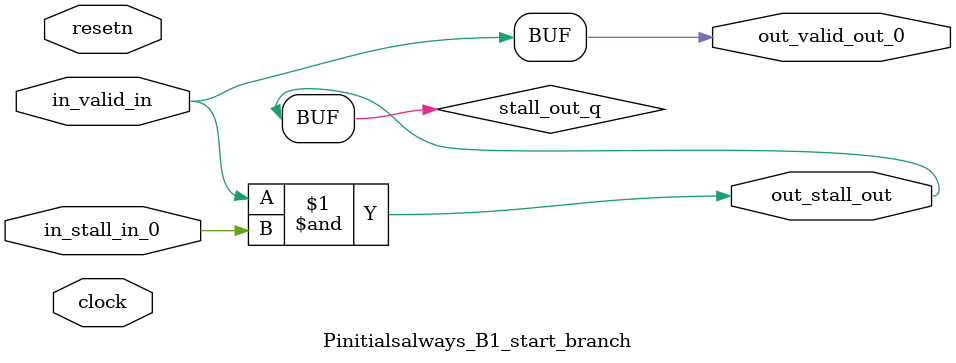
<source format=sv>



(* altera_attribute = "-name AUTO_SHIFT_REGISTER_RECOGNITION OFF; -name MESSAGE_DISABLE 10036; -name MESSAGE_DISABLE 10037; -name MESSAGE_DISABLE 14130; -name MESSAGE_DISABLE 14320; -name MESSAGE_DISABLE 15400; -name MESSAGE_DISABLE 14130; -name MESSAGE_DISABLE 10036; -name MESSAGE_DISABLE 12020; -name MESSAGE_DISABLE 12030; -name MESSAGE_DISABLE 12010; -name MESSAGE_DISABLE 12110; -name MESSAGE_DISABLE 14320; -name MESSAGE_DISABLE 13410; -name MESSAGE_DISABLE 113007; -name MESSAGE_DISABLE 10958" *)
module Pinitialsalways_B1_start_branch (
    input wire [0:0] in_stall_in_0,
    input wire [0:0] in_valid_in,
    output wire [0:0] out_stall_out,
    output wire [0:0] out_valid_out_0,
    input wire clock,
    input wire resetn
    );

    wire [0:0] stall_out_q;


    // stall_out(LOGICAL,6)
    assign stall_out_q = in_valid_in & in_stall_in_0;

    // out_stall_out(GPOUT,4)
    assign out_stall_out = stall_out_q;

    // out_valid_out_0(GPOUT,5)
    assign out_valid_out_0 = in_valid_in;

endmodule

</source>
